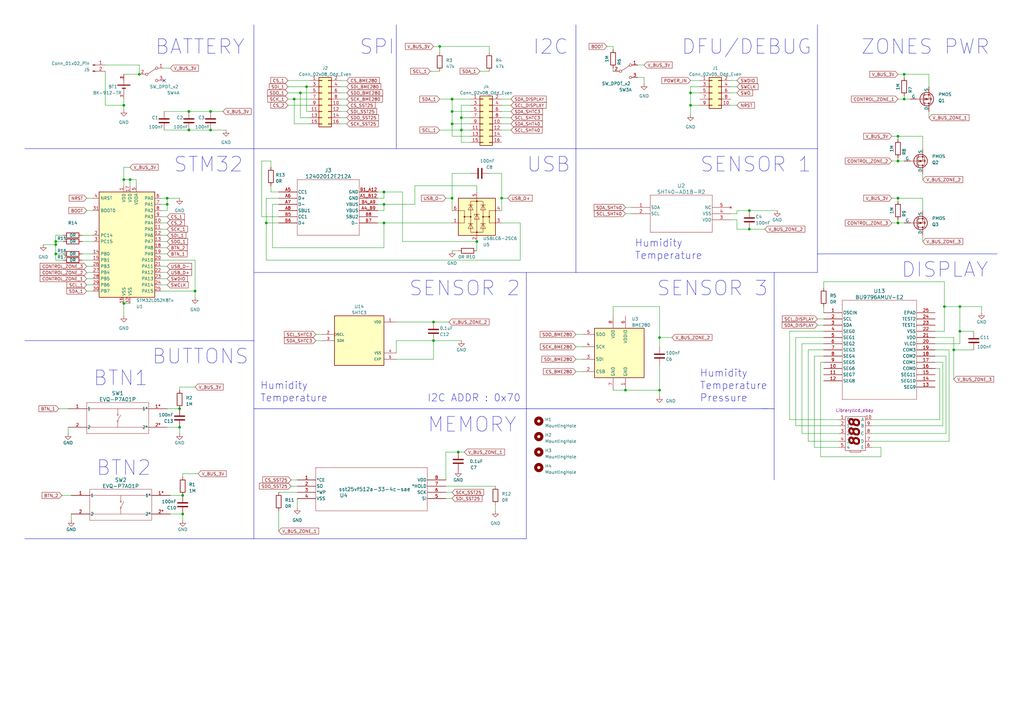
<source format=kicad_sch>
(kicad_sch (version 20230121) (generator eeschema)
  (paper "A3")
  (junction (at 80.01 119.38))
  (junction (at 185.42 45.72))
  (junction (at 77.47 53.34))
  (junction (at 157.48 91.44))
  (junction (at 177.8 139.7))
  (junction (at 177.8 132.08))
  (junction (at 125.73 35.56))
  (junction (at 157.48 78.74))
  (junction (at 189.23 53.34))
  (junction (at 180.34 19.05))
  (junction (at 368.3 81.28))
  (junction (at 74.93 203.2))
  (junction (at 205.74 81.28))
  (junction (at 195.58 99.06))
  (junction (at 185.42 40.64))
  (junction (at 368.3 66.04))
  (junction (at 387.35 125.73))
  (junction (at 393.7 125.73))
  (junction (at 77.47 45.72))
  (junction (at 86.36 45.72))
  (junction (at 73.66 175.26))
  (junction (at 187.96 185.42))
  (junction (at 22.86 100.33))
  (junction (at 157.48 83.82))
  (junction (at 368.3 55.88))
  (junction (at 283.21 43.18))
  (junction (at 50.8 73.66))
  (junction (at 74.93 210.82))
  (junction (at 50.8 43.18))
  (junction (at 68.58 83.82))
  (junction (at 307.34 93.98))
  (junction (at 307.34 86.36))
  (junction (at 68.58 81.28))
  (junction (at 391.16 143.51))
  (junction (at 270.51 138.43))
  (junction (at 120.65 40.64))
  (junction (at 123.19 38.1))
  (junction (at 22.86 99.06))
  (junction (at 283.21 38.1))
  (junction (at 370.84 30.48))
  (junction (at 73.66 167.64))
  (junction (at 393.7 135.89))
  (junction (at 185.42 81.28))
  (junction (at 185.42 50.8))
  (junction (at 50.8 124.46))
  (junction (at 53.34 73.66))
  (junction (at 57.15 30.48))
  (junction (at 22.86 104.14))
  (junction (at 256.54 160.02))
  (junction (at 189.23 48.26))
  (junction (at 270.51 160.02))
  (junction (at 109.22 91.44))
  (junction (at 368.3 91.44))
  (junction (at 86.36 53.34))
  (junction (at 370.84 40.64))
  (no_connect (at 67.31 33.02))
  (wire (pts (xy 251.46 20.32) (xy 251.46 19.05)))
  (wire (pts (xy 125.73 35.56) (xy 127 35.56)))
  (wire (pts (xy 251.46 129.54) (xy 251.46 125.73)))
  (wire (pts (xy 111.76 83.82) (xy 111.76 101.6)))
  (wire (pts (xy 368.3 66.04) (xy 370.84 66.04)))
  (wire (pts (xy 53.34 68.58) (xy 50.8 68.58)))
  (wire (pts (xy 73.66 158.75) (xy 80.01 158.75)))
  (wire (pts (xy 283.21 43.18) (xy 283.21 46.99)))
  (wire (pts (xy 162.56 132.08) (xy 177.8 132.08)))
  (wire (pts (xy 205.74 43.18) (xy 209.55 43.18)))
  (wire (pts (xy 111.76 101.6) (xy 157.48 101.6)))
  (wire (pts (xy 157.48 81.28) (xy 154.94 81.28)))
  (wire (pts (xy 402.59 125.73) (xy 402.59 128.27)))
  (wire (pts (xy 283.21 38.1) (xy 287.02 38.1)))
  (wire (pts (xy 185.42 40.64) (xy 193.04 40.64)))
  (wire (pts (xy 389.255 143.51) (xy 383.54 143.51)))
  (wire (pts (xy 323.85 172.085) (xy 344.17 172.085)))
  (wire (pts (xy 381 30.48) (xy 370.84 30.48)))
  (wire (pts (xy 185.42 50.8) (xy 193.04 50.8)))
  (wire (pts (xy 205.74 45.72) (xy 209.55 45.72)))
  (wire (pts (xy 368.3 81.28) (xy 368.3 82.55)))
  (wire (pts (xy 299.72 33.02) (xy 302.26 33.02)))
  (wire (pts (xy 68.58 86.36) (xy 66.04 86.36)))
  (wire (pts (xy 50.8 43.18) (xy 50.8 40.64)))
  (wire (pts (xy 22.86 100.33) (xy 22.86 104.14)))
  (wire (pts (xy 357.505 174.625) (xy 386.715 174.625)))
  (wire (pts (xy 387.35 125.73) (xy 393.7 125.73)))
  (wire (pts (xy 236.22 142.24) (xy 238.76 142.24)))
  (wire (pts (xy 193.04 71.12) (xy 185.42 71.12)))
  (wire (pts (xy 170.18 76.2) (xy 170.18 83.82)))
  (wire (pts (xy 193.04 48.26) (xy 189.23 48.26)))
  (wire (pts (xy 184.15 132.08) (xy 177.8 132.08)))
  (wire (pts (xy 66.04 116.84) (xy 68.58 116.84)))
  (wire (pts (xy 336.55 148.59) (xy 336.55 187.325)))
  (wire (pts (xy 370.84 30.48) (xy 370.84 31.75)))
  (wire (pts (xy 387.35 125.73) (xy 387.35 135.89)))
  (polyline (pts (xy 104.14 167.64) (xy 215.9 167.64)))
  (wire (pts (xy 368.3 40.64) (xy 370.84 40.64)))
  (wire (pts (xy 139.7 50.8) (xy 142.24 50.8)))
  (wire (pts (xy 337.82 140.97) (xy 328.93 140.97)))
  (wire (pts (xy 386.715 174.625) (xy 386.715 148.59)))
  (wire (pts (xy 66.04 119.38) (xy 80.01 119.38)))
  (wire (pts (xy 365.76 81.28) (xy 368.3 81.28)))
  (wire (pts (xy 33.655 104.14) (xy 38.1 104.14)))
  (wire (pts (xy 370.84 39.37) (xy 370.84 40.64)))
  (wire (pts (xy 162.56 139.7) (xy 162.56 144.78)))
  (wire (pts (xy 123.19 38.1) (xy 127 38.1)))
  (wire (pts (xy 334.01 183.515) (xy 344.17 183.515)))
  (wire (pts (xy 391.16 143.51) (xy 399.415 143.51)))
  (wire (pts (xy 69.85 203.2) (xy 74.93 203.2)))
  (polyline (pts (xy 236.22 60.96) (xy 236.22 111.76)))
  (wire (pts (xy 162.56 139.7) (xy 177.8 139.7)))
  (wire (pts (xy 383.54 151.13) (xy 385.445 151.13)))
  (wire (pts (xy 66.04 104.14) (xy 68.58 104.14)))
  (wire (pts (xy 189.23 53.34) (xy 193.04 53.34)))
  (wire (pts (xy 236.22 137.16) (xy 238.76 137.16)))
  (wire (pts (xy 66.04 96.52) (xy 68.58 96.52)))
  (polyline (pts (xy 312.42 167.64) (xy 314.96 167.64)))
  (wire (pts (xy 251.46 19.05) (xy 248.92 19.05)))
  (wire (pts (xy 114.3 83.82) (xy 111.76 83.82)))
  (wire (pts (xy 68.58 81.28) (xy 68.58 83.82)))
  (wire (pts (xy 383.54 146.05) (xy 387.985 146.05)))
  (wire (pts (xy 35.56 111.76) (xy 38.1 111.76)))
  (wire (pts (xy 209.55 40.64) (xy 205.74 40.64)))
  (wire (pts (xy 236.22 152.4) (xy 238.76 152.4)))
  (wire (pts (xy 193.04 43.18) (xy 189.23 43.18)))
  (wire (pts (xy 33.655 96.52) (xy 38.1 96.52)))
  (wire (pts (xy 264.16 31.75) (xy 261.62 31.75)))
  (wire (pts (xy 236.22 147.32) (xy 238.76 147.32)))
  (wire (pts (xy 157.48 101.6) (xy 157.48 91.44)))
  (wire (pts (xy 328.93 140.97) (xy 328.93 177.8)))
  (wire (pts (xy 177.8 19.05) (xy 180.34 19.05)))
  (wire (pts (xy 29.21 210.82) (xy 29.21 213.36)))
  (wire (pts (xy 66.04 88.9) (xy 68.58 88.9)))
  (wire (pts (xy 383.54 135.89) (xy 387.35 135.89)))
  (wire (pts (xy 177.8 139.7) (xy 189.23 139.7)))
  (wire (pts (xy 125.73 45.72) (xy 125.73 35.56)))
  (wire (pts (xy 387.985 146.05) (xy 387.985 177.8)))
  (wire (pts (xy 69.85 210.82) (xy 74.93 210.82)))
  (wire (pts (xy 185.42 45.72) (xy 185.42 50.8)))
  (wire (pts (xy 205.74 53.34) (xy 209.55 53.34)))
  (wire (pts (xy 378.46 81.28) (xy 368.3 81.28)))
  (wire (pts (xy 114.3 209.55) (xy 114.3 217.805)))
  (wire (pts (xy 270.51 160.02) (xy 256.54 160.02)))
  (polyline (pts (xy 317.5 167.64) (xy 317.5 196.85)))
  (wire (pts (xy 107.315 66.04) (xy 111.125 66.04)))
  (wire (pts (xy 378.46 86.36) (xy 378.46 81.28)))
  (wire (pts (xy 127 48.26) (xy 123.19 48.26)))
  (wire (pts (xy 68.58 175.26) (xy 73.66 175.26)))
  (wire (pts (xy 389.255 143.51) (xy 389.255 180.975)))
  (wire (pts (xy 302.26 90.17) (xy 302.26 93.98)))
  (wire (pts (xy 393.7 135.89) (xy 393.7 140.97)))
  (wire (pts (xy 50.8 30.48) (xy 57.15 30.48)))
  (wire (pts (xy 336.55 148.59) (xy 337.82 148.59)))
  (wire (pts (xy 66.04 114.3) (xy 68.58 114.3)))
  (wire (pts (xy 326.39 138.43) (xy 337.82 138.43)))
  (wire (pts (xy 270.51 160.02) (xy 270.51 149.86)))
  (wire (pts (xy 123.19 38.1) (xy 123.19 48.26)))
  (wire (pts (xy 195.58 99.06) (xy 195.58 102.87)))
  (wire (pts (xy 381 35.56) (xy 381 30.48)))
  (wire (pts (xy 185.42 50.8) (xy 185.42 55.88)))
  (wire (pts (xy 154.94 86.36) (xy 157.48 86.36)))
  (wire (pts (xy 154.94 83.82) (xy 157.48 83.82)))
  (wire (pts (xy 283.21 33.02) (xy 287.02 33.02)))
  (wire (pts (xy 287.02 35.56) (xy 283.21 35.56)))
  (wire (pts (xy 67.31 45.72) (xy 77.47 45.72)))
  (polyline (pts (xy 335.28 10.16) (xy 335.28 60.96)))
  (wire (pts (xy 139.7 33.02) (xy 142.24 33.02)))
  (wire (pts (xy 368.3 55.88) (xy 368.3 57.15)))
  (wire (pts (xy 165.1 99.06) (xy 165.1 78.74)))
  (wire (pts (xy 35.56 119.38) (xy 38.1 119.38)))
  (wire (pts (xy 256.54 160.02) (xy 251.46 160.02)))
  (wire (pts (xy 119.38 199.39) (xy 121.92 199.39)))
  (wire (pts (xy 393.7 135.89) (xy 393.7 125.73)))
  (wire (pts (xy 393.7 125.73) (xy 402.59 125.73)))
  (wire (pts (xy 205.74 81.28) (xy 205.74 86.36)))
  (polyline (pts (xy 104.14 220.98) (xy 215.9 220.98)))
  (wire (pts (xy 80.01 121.92) (xy 80.01 119.38)))
  (wire (pts (xy 182.88 81.28) (xy 185.42 81.28)))
  (wire (pts (xy 370.84 40.64) (xy 373.38 40.64)))
  (wire (pts (xy 337.82 115.57) (xy 387.35 115.57)))
  (wire (pts (xy 261.62 26.67) (xy 264.16 26.67)))
  (wire (pts (xy 118.11 40.64) (xy 120.65 40.64)))
  (wire (pts (xy 67.31 53.34) (xy 77.47 53.34)))
  (wire (pts (xy 313.69 93.98) (xy 307.34 93.98)))
  (wire (pts (xy 22.86 96.52) (xy 22.86 99.06)))
  (wire (pts (xy 73.66 175.26) (xy 73.66 177.8)))
  (wire (pts (xy 177.8 147.32) (xy 177.8 139.7)))
  (wire (pts (xy 200.66 29.21) (xy 196.85 29.21)))
  (wire (pts (xy 80.01 119.38) (xy 80.01 106.68)))
  (wire (pts (xy 323.85 135.89) (xy 323.85 172.085)))
  (wire (pts (xy 182.88 201.93) (xy 185.42 201.93)))
  (wire (pts (xy 195.58 76.2) (xy 170.18 76.2)))
  (wire (pts (xy 22.86 99.06) (xy 22.86 100.33)))
  (wire (pts (xy 118.11 35.56) (xy 125.73 35.56)))
  (polyline (pts (xy 10.16 139.7) (xy 104.14 139.7)))
  (wire (pts (xy 26.035 96.52) (xy 22.86 96.52)))
  (wire (pts (xy 24.13 167.64) (xy 27.94 167.64)))
  (wire (pts (xy 337.82 146.05) (xy 334.01 146.05)))
  (wire (pts (xy 35.56 86.36) (xy 38.1 86.36)))
  (wire (pts (xy 139.7 40.64) (xy 142.24 40.64)))
  (wire (pts (xy 25.4 203.2) (xy 29.21 203.2)))
  (wire (pts (xy 66.04 91.44) (xy 68.58 91.44)))
  (wire (pts (xy 114.3 81.28) (xy 109.22 81.28)))
  (wire (pts (xy 68.58 83.82) (xy 68.58 86.36)))
  (wire (pts (xy 180.34 19.05) (xy 180.34 21.59)))
  (wire (pts (xy 270.51 162.56) (xy 270.51 160.02)))
  (wire (pts (xy 43.18 26.67) (xy 57.15 26.67)))
  (wire (pts (xy 389.255 180.975) (xy 357.505 180.975)))
  (wire (pts (xy 195.58 76.2) (xy 195.58 78.74)))
  (wire (pts (xy 299.72 87.63) (xy 302.26 87.63)))
  (wire (pts (xy 337.82 125.73) (xy 337.82 128.27)))
  (wire (pts (xy 264.16 34.29) (xy 264.16 31.75)))
  (wire (pts (xy 256.54 85.09) (xy 259.08 85.09)))
  (wire (pts (xy 368.3 91.44) (xy 370.84 91.44)))
  (wire (pts (xy 299.72 35.56) (xy 302.26 35.56)))
  (wire (pts (xy 368.3 30.48) (xy 370.84 30.48)))
  (wire (pts (xy 185.42 40.64) (xy 185.42 45.72)))
  (wire (pts (xy 162.56 147.32) (xy 177.8 147.32)))
  (wire (pts (xy 334.01 146.05) (xy 334.01 183.515)))
  (wire (pts (xy 283.21 38.1) (xy 283.21 43.18)))
  (wire (pts (xy 385.445 151.13) (xy 385.445 172.085)))
  (wire (pts (xy 27.94 175.26) (xy 27.94 177.8)))
  (wire (pts (xy 120.65 40.64) (xy 120.65 50.8)))
  (wire (pts (xy 66.04 81.28) (xy 68.58 81.28)))
  (wire (pts (xy 114.3 88.9) (xy 107.315 88.9)))
  (wire (pts (xy 86.36 53.34) (xy 92.71 53.34)))
  (wire (pts (xy 205.74 48.26) (xy 209.55 48.26)))
  (polyline (pts (xy 162.56 10.16) (xy 162.56 60.96)))
  (wire (pts (xy 275.59 138.43) (xy 270.51 138.43)))
  (wire (pts (xy 193.04 58.42) (xy 189.23 58.42)))
  (wire (pts (xy 203.2 207.01) (xy 203.2 209.55)))
  (wire (pts (xy 176.53 29.21) (xy 180.34 29.21)))
  (wire (pts (xy 378.46 71.12) (xy 378.46 73.66)))
  (wire (pts (xy 109.22 91.44) (xy 114.3 91.44)))
  (wire (pts (xy 77.47 53.34) (xy 86.36 53.34)))
  (wire (pts (xy 185.42 71.12) (xy 185.42 81.28)))
  (wire (pts (xy 378.46 96.52) (xy 378.46 99.06)))
  (polyline (pts (xy 10.16 220.98) (xy 104.14 220.98)))
  (wire (pts (xy 157.48 83.82) (xy 170.18 83.82)))
  (wire (pts (xy 53.34 73.66) (xy 55.88 73.66)))
  (wire (pts (xy 43.18 29.21) (xy 43.18 43.18)))
  (wire (pts (xy 139.7 43.18) (xy 142.24 43.18)))
  (wire (pts (xy 50.8 45.085) (xy 50.8 43.18)))
  (wire (pts (xy 383.54 138.43) (xy 391.16 138.43)))
  (wire (pts (xy 185.42 102.87) (xy 187.96 102.87)))
  (wire (pts (xy 66.04 99.06) (xy 68.58 99.06)))
  (wire (pts (xy 43.18 43.18) (xy 50.8 43.18)))
  (wire (pts (xy 187.96 185.42) (xy 190.5 185.42)))
  (wire (pts (xy 53.34 73.66) (xy 53.34 76.2)))
  (wire (pts (xy 35.56 81.28) (xy 38.1 81.28)))
  (wire (pts (xy 185.42 45.72) (xy 193.04 45.72)))
  (wire (pts (xy 336.55 187.325) (xy 361.315 187.325)))
  (polyline (pts (xy 104.14 10.16) (xy 104.14 139.7)))
  (wire (pts (xy 165.1 78.74) (xy 157.48 78.74)))
  (wire (pts (xy 378.46 60.96) (xy 378.46 55.88)))
  (wire (pts (xy 391.16 138.43) (xy 391.16 143.51)))
  (polyline (pts (xy 215.9 220.98) (xy 215.9 111.76)))
  (wire (pts (xy 33.655 106.68) (xy 38.1 106.68)))
  (wire (pts (xy 50.8 124.46) (xy 53.34 124.46)))
  (wire (pts (xy 200.66 21.59) (xy 200.66 19.05)))
  (polyline (pts (xy 104.14 139.7) (xy 104.14 220.98)))
  (wire (pts (xy 383.54 148.59) (xy 386.715 148.59)))
  (wire (pts (xy 270.51 125.73) (xy 270.51 138.43)))
  (wire (pts (xy 344.17 174.625) (xy 326.39 174.625)))
  (wire (pts (xy 139.7 35.56) (xy 142.24 35.56)))
  (wire (pts (xy 335.28 133.35) (xy 337.82 133.35)))
  (wire (pts (xy 307.34 86.36) (xy 318.77 86.36)))
  (wire (pts (xy 302.26 87.63) (xy 302.26 86.36)))
  (wire (pts (xy 109.22 106.68) (xy 109.22 91.44)))
  (wire (pts (xy 180.34 53.34) (xy 189.23 53.34)))
  (wire (pts (xy 157.48 78.74) (xy 157.48 81.28)))
  (wire (pts (xy 251.46 125.73) (xy 270.51 125.73)))
  (wire (pts (xy 399.415 135.89) (xy 393.7 135.89)))
  (wire (pts (xy 189.23 43.18) (xy 189.23 48.26)))
  (wire (pts (xy 205.74 71.12) (xy 205.74 81.28)))
  (wire (pts (xy 139.7 38.1) (xy 142.24 38.1)))
  (polyline (pts (xy 236.22 111.76) (xy 104.14 111.76)))
  (wire (pts (xy 50.8 124.46) (xy 50.8 129.54)))
  (wire (pts (xy 270.51 138.43) (xy 270.51 142.24)))
  (wire (pts (xy 66.04 93.98) (xy 68.58 93.98)))
  (wire (pts (xy 182.88 185.42) (xy 182.88 196.85)))
  (polyline (pts (xy 335.28 60.96) (xy 236.22 60.96)))
  (wire (pts (xy 391.16 143.51) (xy 391.16 155.575)))
  (wire (pts (xy 80.01 106.68) (xy 66.04 106.68)))
  (wire (pts (xy 302.26 93.98) (xy 307.34 93.98)))
  (polyline (pts (xy 10.16 60.96) (xy 236.22 60.96)))
  (polyline (pts (xy 317.5 111.76) (xy 317.5 167.64)))
  (wire (pts (xy 328.93 177.8) (xy 344.17 177.8)))
  (wire (pts (xy 361.315 187.325) (xy 361.315 183.515)))
  (wire (pts (xy 68.58 167.64) (xy 73.66 167.64)))
  (wire (pts (xy 344.17 180.975) (xy 331.47 180.975)))
  (wire (pts (xy 132.08 137.16) (xy 129.54 137.16)))
  (wire (pts (xy 35.56 109.22) (xy 38.1 109.22)))
  (wire (pts (xy 114.3 201.93) (xy 121.92 201.93)))
  (wire (pts (xy 66.04 109.22) (xy 68.58 109.22)))
  (polyline (pts (xy 215.9 167.64) (xy 317.5 167.64)))
  (wire (pts (xy 205.74 50.8) (xy 209.55 50.8)))
  (wire (pts (xy 185.42 55.88) (xy 193.04 55.88)))
  (wire (pts (xy 121.92 204.47) (xy 121.92 208.28)))
  (wire (pts (xy 57.15 26.67) (xy 57.15 30.48)))
  (wire (pts (xy 55.88 73.66) (xy 55.88 76.2)))
  (wire (pts (xy 35.56 116.84) (xy 38.1 116.84)))
  (wire (pts (xy 383.54 140.97) (xy 393.7 140.97)))
  (wire (pts (xy 387.985 177.8) (xy 357.505 177.8)))
  (wire (pts (xy 67.31 27.94) (xy 69.85 27.94)))
  (wire (pts (xy 368.3 90.17) (xy 368.3 91.44)))
  (wire (pts (xy 195.58 99.06) (xy 165.1 99.06)))
  (wire (pts (xy 182.88 199.39) (xy 203.2 199.39)))
  (wire (pts (xy 200.66 71.12) (xy 205.74 71.12)))
  (wire (pts (xy 365.76 55.88) (xy 368.3 55.88)))
  (wire (pts (xy 127 50.8) (xy 120.65 50.8)))
  (wire (pts (xy 66.04 111.76) (xy 68.58 111.76)))
  (wire (pts (xy 251.46 27.94) (xy 251.46 29.21)))
  (wire (pts (xy 109.22 81.28) (xy 109.22 91.44)))
  (wire (pts (xy 378.46 55.88) (xy 368.3 55.88)))
  (wire (pts (xy 107.315 88.9) (xy 107.315 66.04)))
  (wire (pts (xy 118.11 33.02) (xy 127 33.02)))
  (wire (pts (xy 17.78 100.33) (xy 22.86 100.33)))
  (wire (pts (xy 387.35 115.57) (xy 387.35 125.73)))
  (wire (pts (xy 68.58 83.82) (xy 66.04 83.82)))
  (wire (pts (xy 189.23 53.34) (xy 189.23 58.42)))
  (wire (pts (xy 157.48 91.44) (xy 185.42 91.44)))
  (wire (pts (xy 182.88 185.42) (xy 187.96 185.42)))
  (wire (pts (xy 35.56 114.3) (xy 38.1 114.3)))
  (wire (pts (xy 50.8 73.66) (xy 50.8 76.2)))
  (wire (pts (xy 185.42 81.28) (xy 185.42 86.36)))
  (wire (pts (xy 74.93 194.31) (xy 81.28 194.31)))
  (wire (pts (xy 26.035 106.68) (xy 22.86 106.68)))
  (wire (pts (xy 157.48 86.36) (xy 157.48 83.82)))
  (wire (pts (xy 299.72 38.1) (xy 302.26 38.1)))
  (wire (pts (xy 22.86 99.06) (xy 26.035 99.06)))
  (wire (pts (xy 111.125 76.2) (xy 111.125 78.74)))
  (wire (pts (xy 180.34 40.64) (xy 185.42 40.64)))
  (wire (pts (xy 129.54 139.7) (xy 132.08 139.7)))
  (wire (pts (xy 114.3 78.74) (xy 111.125 78.74)))
  (polyline (pts (xy 335.28 60.96) (xy 335.28 104.14)))
  (polyline (pts (xy 236.22 10.16) (xy 236.22 60.96)))
  (wire (pts (xy 86.36 45.72) (xy 91.44 45.72)))
  (wire (pts (xy 326.39 174.625) (xy 326.39 138.43)))
  (wire (pts (xy 385.445 172.085) (xy 357.505 172.085)))
  (wire (pts (xy 381 45.72) (xy 381 48.26)))
  (wire (pts (xy 120.65 40.64) (xy 127 40.64)))
  (wire (pts (xy 26.035 104.14) (xy 22.86 104.14)))
  (wire (pts (xy 331.47 180.975) (xy 331.47 143.51)))
  (wire (pts (xy 213.36 106.68) (xy 213.36 91.44)))
  (polyline (pts (xy 335.28 111.76) (xy 335.28 104.14)))
  (wire (pts (xy 283.21 35.56) (xy 283.21 38.1)))
  (wire (pts (xy 302.26 86.36) (xy 307.34 86.36)))
  (wire (pts (xy 118.11 43.18) (xy 127 43.18)))
  (wire (pts (xy 256.54 87.63) (xy 259.08 87.63)))
  (wire (pts (xy 368.3 64.77) (xy 368.3 66.04)))
  (wire (pts (xy 208.28 81.28) (xy 205.74 81.28)))
  (wire (pts (xy 213.36 91.44) (xy 205.74 91.44)))
  (wire (pts (xy 73.66 158.75) (xy 73.66 160.02)))
  (wire (pts (xy 180.34 19.05) (xy 200.66 19.05)))
  (wire (pts (xy 335.28 130.81) (xy 337.82 130.81)))
  (wire (pts (xy 157.48 91.44) (xy 154.94 91.44)))
  (wire (pts (xy 337.82 118.11) (xy 337.82 115.57)))
  (wire (pts (xy 283.21 43.18) (xy 287.02 43.18)))
  (polyline (pts (xy 236.22 111.76) (xy 335.28 111.76)))
  (wire (pts (xy 337.82 135.89) (xy 323.85 135.89)))
  (polyline (pts (xy 335.28 104.14) (xy 408.94 104.14)))
  (wire (pts (xy 66.04 101.6) (xy 68.58 101.6)))
  (wire (pts (xy 33.655 99.06) (xy 38.1 99.06)))
  (wire (pts (xy 127 45.72) (xy 125.73 45.72)))
  (wire (pts (xy 109.22 106.68) (xy 213.36 106.68)))
  (wire (pts (xy 121.92 196.85) (xy 119.38 196.85)))
  (wire (pts (xy 139.7 45.72) (xy 142.24 45.72)))
  (wire (pts (xy 68.58 81.28) (xy 73.66 81.28)))
  (wire (pts (xy 74.93 210.82) (xy 74.93 213.36)))
  (wire (pts (xy 331.47 143.51) (xy 337.82 143.51)))
  (wire (pts (xy 365.76 66.04) (xy 368.3 66.04)))
  (wire (pts (xy 361.315 183.515) (xy 357.505 183.515)))
  (wire (pts (xy 50.8 68.58) (xy 50.8 73.66)))
  (wire (pts (xy 365.76 91.44) (xy 368.3 91.44)))
  (wire (pts (xy 74.93 194.31) (xy 74.93 195.58)))
  (wire (pts (xy 185.42 204.47) (xy 182.88 204.47)))
  (wire (pts (xy 111.125 66.04) (xy 111.125 68.58)))
  (wire (pts (xy 22.86 104.14) (xy 22.86 106.68)))
  (wire (pts (xy 189.23 48.26) (xy 189.23 53.34)))
  (wire (pts (xy 139.7 48.26) (xy 142.24 48.26)))
  (wire (pts (xy 157.48 78.74) (xy 154.94 78.74)))
  (wire (pts (xy 299.72 43.18) (xy 302.26 43.18)))
  (wire (pts (xy 77.47 45.72) (xy 86.36 45.72)))
  (wire (pts (xy 50.8 73.66) (xy 53.34 73.66)))
  (wire (pts (xy 118.11 38.1) (xy 123.19 38.1)))
  (wire (pts (xy 299.72 90.17) (xy 302.26 90.17)))
  (text "Temperature" (at 287.02 160.02 0) (effects (font (size 3 3)) (justify left bottom)))
  (text "DFU/DEBUG" (at 279.4 22.86 0) (effects (font (size 6 6)) (justify left bottom)))
  (text "I2C\n" (at 218.44 22.86 0) (effects (font (size 6 6)) (justify left bottom)))
  (text "BTN1" (at 38.1 158.75 0) (effects (font (size 6 6)) (justify left bottom)))
  (text "USB" (at 215.9 71.12 0) (effects (font (size 6 6)) (justify left bottom)))
  (text "Temperature" (at 260.35 106.68 0) (effects (font (size 3 3)) (justify left bottom)))
  (text "SENSOR 2" (at 167.64 121.92 0) (effects (font (size 6 6)) (justify left bottom)))
  (text "BTN2" (at 39.37 195.58 0) (effects (font (size 6 6)) (justify left bottom)))
  (text "Humidity" (at 260.35 101.6 0) (effects (font (size 3 3)) (justify left bottom)))
  (text "Temperature" (at 106.68 165.1 0) (effects (font (size 3 3)) (justify left bottom)))
  (text "STM32" (at 71.12 71.12 0) (effects (font (size 6 6)) (justify left bottom)))
  (text "BATTERY" (at 63.5 22.86 0) (effects (font (size 6 6)) (justify left bottom)))
  (text "SPI" (at 147.32 22.86 0) (effects (font (size 6 6)) (justify left bottom)))
  (text "ZONES PWR" (at 353.06 22.86 0) (effects (font (size 6 6)) (justify left bottom)))
  (text "Humidity" (at 106.68 160.02 0) (effects (font (size 3 3)) (justify left bottom)))
  (text "I2C ADDR : 0x70" (at 175.26 165.1 0) (effects (font (size 3 3)) (justify left bottom)))
  (text "DISPLAY" (at 369.57 114.3 0) (effects (font (size 6 6)) (justify left bottom)))
  (text "Pressure" (at 287.02 165.1 0) (effects (font (size 3 3)) (justify left bottom)))
  (text "SENSOR 3" (at 269.24 121.92 0) (effects (font (size 6 6)) (justify left bottom)))
  (text "SENSOR 1" (at 287.02 71.12 0) (effects (font (size 6 6)) (justify left bottom)))
  (text "Humidity" (at 287.02 154.94 0) (effects (font (size 3 3)) (justify left bottom)))
  (text "BUTTONS" (at 62.23 149.86 0) (effects (font (size 6 6)) (justify left bottom)))
  (text "MEMORY" (at 175.26 177.8 0) (effects (font (size 6 6)) (justify left bottom)))
  (global_label "SCL_1" (shape input) (at 180.34 53.34 180) (property "Intersheetrefs" "${INTERSHEET_REFS}" (effects hide)))
  (global_label "V_BUS_ZONE_2" (shape input) (at 184.15 132.08 0) (property "Intersheetrefs" "${INTERSHEET_REFS}" (effects hide)))
  (global_label "BTN_1" (shape input) (at 68.58 104.14 0) (property "Intersheetrefs" "${INTERSHEET_REFS}" (effects hide)))
  (global_label "SCL_SHT40" (shape input) (at 256.54 87.63 180) (property "Intersheetrefs" "${INTERSHEET_REFS}" (effects hide)))
  (global_label "V_BUS_ZONE_3" (shape input) (at 378.46 99.06 0) (property "Intersheetrefs" "${INTERSHEET_REFS}" (effects hide)))
  (global_label "POWER_IN" (shape input) (at 283.21 33.02 180) (property "Intersheetrefs" "${INTERSHEET_REFS}" (effects hide)))
  (global_label "CS_2" (shape input) (at 118.11 43.18 180) (property "Intersheetrefs" "${INTERSHEET_REFS}" (effects hide)))
  (global_label "SDI_1" (shape input) (at 118.11 35.56 180) (property "Intersheetrefs" "${INTERSHEET_REFS}" (effects hide)))
  (global_label "SDO_BME280" (shape input) (at 142.24 38.1 0) (property "Intersheetrefs" "${INTERSHEET_REFS}" (effects hide)))
  (global_label "USB_D-" (shape input) (at 182.88 81.28 180) (property "Intersheetrefs" "${INTERSHEET_REFS}" (effects hide)))
  (global_label "SDO_1" (shape input) (at 118.11 38.1 180) (property "Intersheetrefs" "${INTERSHEET_REFS}" (effects hide)))
  (global_label "V_BUS_3V" (shape input) (at 81.28 194.31 0) (property "Intersheetrefs" "${INTERSHEET_REFS}" (effects hide)))
  (global_label "SDA_SHT40" (shape input) (at 256.54 85.09 180) (property "Intersheetrefs" "${INTERSHEET_REFS}" (effects hide)))
  (global_label "USB_D-" (shape input) (at 68.58 109.22 0) (property "Intersheetrefs" "${INTERSHEET_REFS}" (effects hide)))
  (global_label "SDI_BME280" (shape input) (at 236.22 147.32 180) (property "Intersheetrefs" "${INTERSHEET_REFS}" (effects hide)))
  (global_label "V_BUS_3V" (shape input) (at 368.3 30.48 180) (property "Intersheetrefs" "${INTERSHEET_REFS}" (effects hide)))
  (global_label "SDA_1" (shape input) (at 35.56 119.38 180) (property "Intersheetrefs" "${INTERSHEET_REFS}" (effects hide)))
  (global_label "SCK_1" (shape input) (at 68.58 93.98 0) (property "Intersheetrefs" "${INTERSHEET_REFS}" (effects hide)))
  (global_label "CONTROL_ZONE_2" (shape input) (at 35.56 111.76 180) (property "Intersheetrefs" "${INTERSHEET_REFS}" (effects hide)))
  (global_label "USB_D+" (shape input) (at 208.28 81.28 0) (property "Intersheetrefs" "${INTERSHEET_REFS}" (effects hide)))
  (global_label "SCK_SST25" (shape input) (at 185.42 201.93 0) (property "Intersheetrefs" "${INTERSHEET_REFS}" (effects hide)))
  (global_label "SCL_1" (shape input) (at 35.56 116.84 180) (property "Intersheetrefs" "${INTERSHEET_REFS}" (effects hide)))
  (global_label "CS_BME280" (shape input) (at 142.24 33.02 0) (property "Intersheetrefs" "${INTERSHEET_REFS}" (effects hide)))
  (global_label "CONTROL_ZONE_3" (shape input) (at 35.56 109.22 180) (property "Intersheetrefs" "${INTERSHEET_REFS}" (effects hide)))
  (global_label "V_BUS_ZONE_2" (shape input) (at 275.59 138.43 0) (property "Intersheetrefs" "${INTERSHEET_REFS}" (effects hide)))
  (global_label "V_BUS_ZONE_1" (shape input) (at 114.3 217.805 0) (property "Intersheetrefs" "${INTERSHEET_REFS}" (effects hide)))
  (global_label "SWO" (shape input) (at 302.26 38.1 0) (property "Intersheetrefs" "${INTERSHEET_REFS}" (effects hide)))
  (global_label "SWCLK" (shape input) (at 68.58 116.84 0) (property "Intersheetrefs" "${INTERSHEET_REFS}" (effects hide)))
  (global_label "SDI_SST25" (shape input) (at 185.42 204.47 0) (property "Intersheetrefs" "${INTERSHEET_REFS}" (effects hide)))
  (global_label "CS_SST25" (shape input) (at 119.38 196.85 180) (property "Intersheetrefs" "${INTERSHEET_REFS}" (effects hide)))
  (global_label "SWDIO" (shape input) (at 68.58 114.3 0) (property "Intersheetrefs" "${INTERSHEET_REFS}" (effects hide)))
  (global_label "V_BUS_ZONE_2" (shape input) (at 313.69 93.98 0) (property "Intersheetrefs" "${INTERSHEET_REFS}" (effects hide)))
  (global_label "V_BUS_3V" (shape input) (at 365.76 81.28 180) (property "Intersheetrefs" "${INTERSHEET_REFS}" (effects hide)))
  (global_label "NRST" (shape input) (at 302.26 43.18 0) (property "Intersheetrefs" "${INTERSHEET_REFS}" (effects hide)))
  (global_label "CONTROL_ZONE_3" (shape input) (at 365.76 91.44 180) (property "Intersheetrefs" "${INTERSHEET_REFS}" (effects hide)))
  (global_label "CS_2" (shape input) (at 68.58 91.44 0) (property "Intersheetrefs" "${INTERSHEET_REFS}" (effects hide)))
  (global_label "SCK_BME280" (shape input) (at 142.24 40.64 0) (property "Intersheetrefs" "${INTERSHEET_REFS}" (effects hide)))
  (global_label "SCK_SST25" (shape input) (at 142.24 50.8 0) (property "Intersheetrefs" "${INTERSHEET_REFS}" (effects hide)))
  (global_label "SCK_BME280" (shape input) (at 236.22 142.24 180) (property "Intersheetrefs" "${INTERSHEET_REFS}" (effects hide)))
  (global_label "CONTROL_ZONE_1" (shape input) (at 368.3 40.64 180) (property "Intersheetrefs" "${INTERSHEET_REFS}" (effects hide)))
  (global_label "SDA_SHTC3" (shape input) (at 209.55 45.72 0) (property "Intersheetrefs" "${INTERSHEET_REFS}" (effects hide)))
  (global_label "V_BUS_3V" (shape input) (at 365.76 55.88 180) (property "Intersheetrefs" "${INTERSHEET_REFS}" (effects hide)))
  (global_label "SWDIO" (shape input) (at 302.26 33.02 0) (property "Intersheetrefs" "${INTERSHEET_REFS}" (effects hide)))
  (global_label "SDI_SST25" (shape input) (at 142.24 45.72 0) (property "Intersheetrefs" "${INTERSHEET_REFS}" (effects hide)))
  (global_label "BTN_2" (shape input) (at 68.58 101.6 0) (property "Intersheetrefs" "${INTERSHEET_REFS}" (effects hide)))
  (global_label "SDO_SST25" (shape input) (at 119.38 199.39 180) (property "Intersheetrefs" "${INTERSHEET_REFS}" (effects hide)))
  (global_label "SDI_BME280" (shape input) (at 142.24 35.56 0) (property "Intersheetrefs" "${INTERSHEET_REFS}" (effects hide)))
  (global_label "CS_SST25" (shape input) (at 142.24 43.18 0) (property "Intersheetrefs" "${INTERSHEET_REFS}" (effects hide)))
  (global_label "V_BUS_ZONE_1" (shape input) (at 190.5 185.42 0) (property "Intersheetrefs" "${INTERSHEET_REFS}" (effects hide)))
  (global_label "SCL_DISPLAY" (shape input) (at 335.28 130.81 180) (property "Intersheetrefs" "${INTERSHEET_REFS}" (effects hide)))
  (global_label "V_BUS_ZONE_3" (shape input) (at 391.16 155.575 0) (property "Intersheetrefs" "${INTERSHEET_REFS}" (effects hide)))
  (global_label "SCL_SHTC3" (shape input) (at 129.54 137.16 180) (property "Intersheetrefs" "${INTERSHEET_REFS}" (effects hide)))
  (global_label "SCL_SHT40" (shape input) (at 209.55 53.34 0) (property "Intersheetrefs" "${INTERSHEET_REFS}" (effects hide)))
  (global_label "SCK_1" (shape input) (at 118.11 40.64 180) (property "Intersheetrefs" "${INTERSHEET_REFS}" (effects hide)))
  (global_label "NRST" (shape input) (at 35.56 81.28 180) (property "Intersheetrefs" "${INTERSHEET_REFS}" (effects hide)))
  (global_label "V_BUS_ZONE_2" (shape input) (at 378.46 73.66 0) (property "Intersheetrefs" "${INTERSHEET_REFS}" (effects hide)))
  (global_label "SDI_1" (shape input) (at 68.58 96.52 0) (property "Intersheetrefs" "${INTERSHEET_REFS}" (effects hide)))
  (global_label "V_BUS_3V" (shape input) (at 80.01 158.75 0) (property "Intersheetrefs" "${INTERSHEET_REFS}" (effects hide)))
  (global_label "BTN_2" (shape input) (at 25.4 203.2 180) (property "Intersheetrefs" "${INTERSHEET_REFS}" (effects hide)))
  (global_label "V_BUS_ZONE_1" (shape input) (at 381 48.26 0) (property "Intersheetrefs" "${INTERSHEET_REFS}" (effects hide)))
  (global_label "SDO_BME280" (shape input) (at 236.22 137.16 180) (property "Intersheetrefs" "${INTERSHEET_REFS}" (effects hide)))
  (global_label "CS_BME280" (shape input) (at 236.22 152.4 180) (property "Intersheetrefs" "${INTERSHEET_REFS}" (effects hide)))
  (global_label "V_BUS_3V" (shape input) (at 91.44 45.72 0) (property "Intersheetrefs" "${INTERSHEET_REFS}" (effects hide)))
  (global_label "CS_1" (shape input) (at 118.11 33.02 180) (property "Intersheetrefs" "${INTERSHEET_REFS}" (effects hide)))
  (global_label "SCL_DISPLAY" (shape input) (at 209.55 43.18 0) (property "Intersheetrefs" "${INTERSHEET_REFS}" (effects hide)))
  (global_label "SCL_SHTC3" (shape input) (at 209.55 48.26 0) (property "Intersheetrefs" "${INTERSHEET_REFS}" (effects hide)))
  (global_label "V_BUS_3V" (shape input) (at 264.16 26.67 0) (property "Intersheetrefs" "${INTERSHEET_REFS}" (effects hide)))
  (global_label "SDA_DISPLAY" (shape input) (at 209.55 40.64 0) (property "Intersheetrefs" "${INTERSHEET_REFS}" (effects hide)))
  (global_label "USB_D+" (shape input) (at 68.58 111.76 0) (property "Intersheetrefs" "${INTERSHEET_REFS}" (effects hide)))
  (global_label "SDO_SST25" (shape input) (at 142.24 48.26 0) (property "Intersheetrefs" "${INTERSHEET_REFS}" (effects hide)))
  (global_label "V_BUS_3V" (shape input) (at 53.34 68.58 0) (property "Intersheetrefs" "${INTERSHEET_REFS}" (effects hide)))
  (global_label "BOOT" (shape input) (at 248.92 19.05 180) (property "Intersheetrefs" "${INTERSHEET_REFS}" (effects hide)))
  (global_label "BTN_1" (shape input) (at 24.13 167.64 180) (property "Intersheetrefs" "${INTERSHEET_REFS}" (effects hide)))
  (global_label "SDA_1" (shape input) (at 196.85 29.21 180) (property "Intersheetrefs" "${INTERSHEET_REFS}" (effects hide)))
  (global_label "CONTROL_ZONE_1" (shape input) (at 35.56 114.3 180) (property "Intersheetrefs" "${INTERSHEET_REFS}" (effects hide)))
  (global_label "SDA_DISPLAY" (shape input) (at 335.28 133.35 180) (property "Intersheetrefs" "${INTERSHEET_REFS}" (effects hide)))
  (global_label "BOOT" (shape input) (at 35.56 86.36 180) (property "Intersheetrefs" "${INTERSHEET_REFS}" (effects hide)))
  (global_label "CS_1" (shape input) (at 68.58 88.9 0) (property "Intersheetrefs" "${INTERSHEET_REFS}" (effects hide)))
  (global_label "SDA_SHTC3" (shape input) (at 129.54 139.7 180) (property "Intersheetrefs" "${INTERSHEET_REFS}" (effects hide)))
  (global_label "SCL_1" (shape input) (at 176.53 29.21 180) (property "Intersheetrefs" "${INTERSHEET_REFS}" (effects hide)))
  (global_label "V_BUS_3V" (shape input) (at 69.85 27.94 0) (property "Intersheetrefs" "${INTERSHEET_REFS}" (effects hide)))
  (global_label "V_BUS_3V" (shape input) (at 177.8 19.05 180) (property "Intersheetrefs" "${INTERSHEET_REFS}" (effects hide)))
  (global_label "CONTROL_ZONE_2" (shape input) (at 365.76 66.04 180) (property "Intersheetrefs" "${INTERSHEET_REFS}" (effects hide)))
  (global_label "SDO_1" (shape input) (at 68.58 99.06 0) (property "Intersheetrefs" "${INTERSHEET_REFS}" (effects hide)))
  (global_label "SDA_1" (shape input) (at 180.34 40.64 180) (property "Intersheetrefs" "${INTERSHEET_REFS}" (effects hide)))
  (global_label "SDA_SHT40" (shape input) (at 209.55 50.8 0) (property "Intersheetrefs" "${INTERSHEET_REFS}" (effects hide)))
  (global_label "SWCLK" (shape input) (at 302.26 35.56 0) (property "Intersheetrefs" "${INTERSHEET_REFS}" (effects hide)))
  (symbol (lib_id "power:GND") (at 270.51 162.56 0) (mirror y) (unit 1)
    (property "Reference" "#PWR05" (effects hide))
    (property "Value" "GND" (at 273.05 164.465 0) (effects (justify right)))
  )
  (symbol (lib_id "Switch:SW_DPDT_x2") (at 62.23 30.48 0) (unit 1)
    (property "Reference" "SW4" (at 71.12 38.1 0))
    (property "Value" "SW_DPDT_x2" (at 67.31 35.56 0))
    (property "Footprint" "dpdt_switch:450404015514" (effects hide))
  )
  (symbol (lib_id "power:GND") (at 73.66 81.28 0) (unit 1)
    (property "Reference" "#PWR020" (effects hide))
    (property "Value" "GND" (at 73.66 86.36 0))
  )
  (symbol (lib_id "power:GND") (at 50.8 45.085 0) (unit 1)
    (property "Reference" "#PWR01" (effects hide))
    (property "Value" "GND" (at 50.8 50.165 0))
  )
  (symbol (lib_id "Power_Protection:USBLC6-2SC6") (at 195.58 88.9 0) (unit 1)
    (property "Reference" "U5" (at 198.12 100.33 0) (effects (justify left)))
    (property "Value" "USBLC6-2SC6" (at 198.12 97.79 0) (effects (justify left)))
    (property "Footprint" "Package_TO_SOT_SMD:SOT-23-6" (effects hide))
    (property "Datasheet" "https://www.st.com/resource/en/datasheet/usblc6-2.pdf" (effects hide))
  )
  (symbol (lib_id "power:GND") (at 121.92 208.28 0) (unit 1)
    (property "Reference" "#PWR03" (effects hide))
    (property "Value" "GND" (at 121.92 213.36 0))
  )
  (symbol (lib_id "Mechanical:MountingHole") (at 220.98 179.07 0) (unit 1)
    (property "Reference" "H2" (at 223.52 178.435 0) (effects (justify left)))
    (property "Value" "MountingHole" (at 223.52 180.975 0) (effects (justify left)))
    (property "Footprint" "MountingHole:MountingHole_3.2mm_M3_DIN965" (effects hide))
  )
  (symbol (lib_id "Device:C") (at 67.31 49.53 0) (unit 1)
    (property "Reference" "C1" (at 62.23 48.26 0) (effects (justify left)))
    (property "Value" "100nF" (at 60.96 52.07 0) (effects (justify left)))
    (property "Footprint" "Capacitor_SMD:C_0603_1608Metric_Pad1.08x0.95mm_HandSolder" (effects hide))
  )
  (symbol (lib_id "Device:R") (at 191.77 102.87 270) (unit 1)
    (property "Reference" "R10" (at 193.04 105.41 90))
    (property "Value" "0R" (at 189.23 105.41 90))
    (property "Footprint" "Capacitor_SMD:C_0603_1608Metric_Pad1.08x0.95mm_HandSolder" (effects hide))
  )
  (symbol (lib_id "power:GND") (at 185.42 102.87 0) (unit 1)
    (property "Reference" "#PWR08" (effects hide))
    (property "Value" "GND" (at 185.42 107.95 0))
  )
  (symbol (lib_id "Device:R") (at 200.66 25.4 180) (unit 1)
    (property "Reference" "R4" (at 203.2 24.765 0) (effects (justify right)))
    (property "Value" "47k" (at 203.2 27.305 0) (effects (justify right)))
    (property "Footprint" "Capacitor_SMD:C_0603_1608Metric_Pad1.08x0.95mm_HandSolder" (effects hide))
  )
  (symbol (lib_id "Device:C") (at 399.415 139.7 0) (unit 1)
    (property "Reference" "C11" (at 401.955 138.43 0) (effects (justify left)))
    (property "Value" "100nF" (at 400.685 142.24 0) (effects (justify left)))
    (property "Footprint" "Capacitor_SMD:C_0603_1608Metric_Pad1.08x0.95mm_HandSolder" (effects hide))
  )
  (symbol (lib_id "Device:R") (at 29.845 104.14 270) (unit 1)
    (property "Reference" "R16" (at 25.4 102.87 90))
    (property "Value" "0R" (at 29.845 104.14 90))
    (property "Footprint" "Capacitor_SMD:C_0603_1608Metric_Pad1.08x0.95mm_HandSolder" (effects hide))
  )
  (symbol (lib_id "power:GND") (at 189.23 139.7 0) (mirror y) (unit 1)
    (property "Reference" "#PWR010" (effects hide))
    (property "Value" "GND" (at 189.23 143.51 0))
  )
  (symbol (lib_id "Device:R") (at 368.3 86.36 0) (unit 1)
    (property "Reference" "R9" (at 370.84 87.63 90))
    (property "Value" "1M" (at 365.76 86.36 90))
    (property "Footprint" "Capacitor_SMD:C_0603_1608Metric_Pad1.08x0.95mm_HandSolder" (effects hide))
  )
  (symbol (lib_id "Device:C") (at 187.96 189.23 180) (unit 1)
    (property "Reference" "C7" (at 195.58 191.77 0) (effects (justify left)))
    (property "Value" "0.1uF" (at 198.12 189.23 0) (effects (justify left)))
    (property "Footprint" "Capacitor_SMD:C_0603_1608Metric_Pad1.08x0.95mm_HandSolder" (effects hide))
  )
  (symbol (lib_id "power:GND") (at 203.2 209.55 0) (unit 1)
    (property "Reference" "#PWR018" (effects hide))
    (property "Value" "GND" (at 203.2 214.63 0))
  )
  (symbol (lib_id "power:GND") (at 29.21 213.36 0) (unit 1)
    (property "Reference" "#PWR016" (effects hide))
    (property "Value" "GND" (at 29.21 217.17 0))
  )
  (symbol (lib_id "Device:C") (at 270.51 146.05 0) (mirror x) (unit 1)
    (property "Reference" "C6" (at 273.05 147.32 0) (effects (justify left)))
    (property "Value" "100nF" (at 273.05 144.78 0) (effects (justify left)))
    (property "Footprint" "Capacitor_SMD:C_0603_1608Metric_Pad1.08x0.95mm_HandSolder" (effects hide))
  )
  (symbol (lib_id "power:GND") (at 50.8 129.54 0) (unit 1)
    (property "Reference" "#PWR06" (effects hide))
    (property "Value" "GND" (at 50.8 134.62 0))
  )
  (symbol (lib_id "Device:R") (at 73.66 163.83 180) (unit 1)
    (property "Reference" "R2" (at 76.2 163.195 0) (effects (justify right)))
    (property "Value" "1M" (at 76.2 165.735 0) (effects (justify right)))
    (property "Footprint" "Capacitor_SMD:C_0603_1608Metric_Pad1.08x0.95mm_HandSolder" (effects hide))
  )
  (symbol (lib_id "Device:R") (at 29.845 99.06 270) (unit 1)
    (property "Reference" "R15" (at 25.4 97.79 90))
    (property "Value" "0R" (at 29.845 99.06 90))
    (property "Footprint" "Capacitor_SMD:C_0603_1608Metric_Pad1.08x0.95mm_HandSolder" (effects hide))
  )
  (symbol (lib_id "Device:R") (at 337.82 121.92 180) (unit 1)
    (property "Reference" "R5" (at 340.36 121.285 0) (effects (justify right)))
    (property "Value" "0R" (at 340.36 123.825 0) (effects (justify right)))
    (property "Footprint" "Capacitor_SMD:C_0603_1608Metric_Pad1.08x0.95mm_HandSolder" (effects hide))
  )
  (symbol (lib_id "Device:R") (at 29.845 106.68 270) (unit 1)
    (property "Reference" "R17" (at 25.4 105.41 90))
    (property "Value" "0R" (at 29.845 106.68 90))
    (property "Footprint" "Capacitor_SMD:C_0603_1608Metric_Pad1.08x0.95mm_HandSolder" (effects hide))
  )
  (symbol (lib_id "buttons evq:EVQ-P7A01P") (at 29.21 203.2 0) (unit 1)
    (property "Reference" "SW2" (at 49.53 196.85 0) (effects (font (size 1.524 1.524))))
    (property "Value" "EVQ-P7A01P" (at 49.53 199.39 0) (effects (font (size 1.524 1.524))))
    (property "Footprint" "button EVQ:EVQ_P7_PAN" (effects hide))
    (property "Datasheet" "EVQ-P7A01P" (effects hide))
  )
  (symbol (lib_id "Sensor:BME280") (at 254 144.78 0) (mirror y) (unit 1)
    (property "Reference" "U3" (at 259.08 130.81 0) (effects (justify right)))
    (property "Value" "BME280" (at 259.08 133.35 0) (effects (justify right)))
    (property "Footprint" "Package_LGA:Bosch_LGA-8_2.5x2.5mm_P0.65mm_ClockwisePinNumbering" (effects hide))
    (property "Datasheet" "https://www.bosch-sensortec.com/media/boschsensortec/downloads/datasheets/bst-bme280-ds002.pdf" (effects hide))
  )
  (symbol (lib_id "power:GND") (at 264.16 34.29 0) (unit 1)
    (property "Reference" "#PWR02" (effects hide))
    (property "Value" "GND" (at 264.16 39.37 0))
  )
  (symbol (lib_id "Device:R") (at 251.46 24.13 0) (unit 1)
    (property "Reference" "R6" (at 254 25.4 90))
    (property "Value" "1M" (at 248.92 24.13 90))
    (property "Footprint" "Capacitor_SMD:C_0603_1608Metric_Pad1.08x0.95mm_HandSolder" (effects hide))
  )
  (symbol (lib_id "Device:C") (at 74.93 207.01 180) (unit 1)
    (property "Reference" "C10" (at 72.39 208.28 0) (effects (justify left)))
    (property "Value" "100nF" (at 72.39 205.74 0) (effects (justify left)))
    (property "Footprint" "Capacitor_SMD:C_0603_1608Metric_Pad1.08x0.95mm_HandSolder" (effects hide))
  )
  (symbol (lib_id "Device:C") (at 177.8 135.89 0) (mirror x) (unit 1)
    (property "Reference" "C12" (at 180.34 137.16 0) (effects (justify left)))
    (property "Value" "0.1uF" (at 180.34 134.62 0) (effects (justify left)))
    (property "Footprint" "Capacitor_SMD:C_0603_1608Metric_Pad1.08x0.95mm_HandSolder" (effects hide))
  )
  (symbol (lib_id "Device:R") (at 29.845 96.52 270) (unit 1)
    (property "Reference" "R14" (at 29.845 91.44 90))
    (property "Value" "0R" (at 29.845 96.52 90))
    (property "Footprint" "Capacitor_SMD:C_0603_1608Metric_Pad1.08x0.95mm_HandSolder" (effects hide))
  )
  (symbol (lib_id "power:GND") (at 80.01 121.92 0) (unit 1)
    (property "Reference" "#PWR019" (effects hide))
    (property "Value" "GND" (at 80.01 127 0))
  )
  (symbol (lib_id "power:GND") (at 92.71 53.34 0) (unit 1)
    (property "Reference" "#PWR07" (effects hide))
    (property "Value" "GND" (at 92.71 58.42 0))
  )
  (symbol (lib_id "Mechanical:MountingHole") (at 220.98 191.77 0) (unit 1)
    (property "Reference" "H4" (at 223.52 191.135 0) (effects (justify left)))
    (property "Value" "MountingHole" (at 223.52 193.675 0) (effects (justify left)))
    (property "Footprint" "MountingHole:MountingHole_3.2mm_M3_DIN965" (effects hide))
  )
  (symbol (lib_id "BK-912-TR:BK-912-TR") (at 50.8 35.56 90) (unit 1)
    (property "Reference" "BT1" (at 44.45 35.56 90) (effects (justify right)))
    (property "Value" "BK-912-TR" (at 38.1 38.1 90) (effects (justify right)))
    (property "Footprint" "BK-912-TR:MPD_BK-912-TR" (effects hide))
    (property "MANUFACTURER" "MPD" (effects hide))
    (property "STANDARD" "Manufacturer Recommendations" (effects hide))
    (property "PARTREV" "H" (effects hide))
  )
  (symbol (lib_id "New_Library:LCD_ebay_3_segments") (at 351.79 174.625 270) (unit 1)
    (property "Reference" "L1" (effects hide))
    (property "Value" "~" (at 351.79 174.625 0))
    (property "Footprint" "Library:lcd_ebay" (at 350.52 168.275 90))
  )
  (symbol (lib_id "power:GND") (at 17.78 100.33 0) (unit 1)
    (property "Reference" "#PWR021" (effects hide))
    (property "Value" "GND" (at 17.78 105.41 0))
  )
  (symbol (lib_id "lcd driver:BU9796AMUV-E2") (at 337.82 128.27 0) (unit 1)
    (property "Reference" "U13" (at 360.68 119.38 0) (effects (font (size 1.524 1.524))))
    (property "Value" "BU9796AMUV-E2" (at 360.68 121.92 0) (effects (font (size 1.524 1.524))))
    (property "Footprint" "lcd driver:VQFN024V4040_ROM" (effects hide))
    (property "Datasheet" "BU9796AMUV-E2" (effects hide))
  )
  (symbol (lib_id "Device:C") (at 77.47 49.53 0) (unit 1)
    (property "Reference" "C2" (at 72.39 48.26 0) (effects (justify left)))
    (property "Value" "100nF" (at 71.12 52.07 0) (effects (justify left)))
    (property "Footprint" "Capacitor_SMD:C_0603_1608Metric_Pad1.08x0.95mm_HandSolder" (effects hide))
  )
  (symbol (lib_id "Simulation_SPICE:PMOS") (at 375.92 66.04 0) (mirror x) (unit 1)
    (property "Reference" "Q2" (at 382.27 66.675 0) (effects (justify left)))
    (property "Value" "PMOS" (at 382.27 64.135 0) (effects (justify left)))
    (property "Footprint" "Package_TO_SOT_SMD:SOT-323_SC-70_Handsoldering" (effects hide))
    (property "Datasheet" "https://ngspice.sourceforge.io/docs/ngspice-manual.pdf" (effects hide))
    (property "Sim.Device" "PMOS" (effects hide))
    (property "Sim.Type" "VDMOS" (effects hide))
    (property "Sim.Pins" "1=D 2=G 3=S" (effects hide))
  )
  (symbol (lib_id "Device:C") (at 307.34 90.17 0) (unit 1)
    (property "Reference" "C4" (at 309.88 88.9 0) (effects (justify left)))
    (property "Value" "100nF" (at 309.88 91.44 0) (effects (justify left)))
    (property "Footprint" "Capacitor_SMD:C_0603_1608Metric_Pad1.08x0.95mm_HandSolder" (effects hide))
  )
  (symbol (lib_id "Connector:Conn_01x02_Pin") (at 38.1 26.67 0) (unit 1)
    (property "Reference" "J5" (at 36.83 28.575 0) (effects (justify right)))
    (property "Value" "Conn_01x02_Pin" (at 36.83 26.035 0) (effects (justify right)))
    (property "Footprint" "Connector_PinHeader_2.54mm:PinHeader_1x02_P2.54mm_Vertical" (effects hide))
  )
  (symbol (lib_id "Device:C") (at 86.36 49.53 0) (unit 1)
    (property "Reference" "C3" (at 81.28 48.26 0) (effects (justify left)))
    (property "Value" "100nF" (at 80.01 52.07 0) (effects (justify left)))
    (property "Footprint" "Capacitor_SMD:C_0603_1608Metric_Pad1.08x0.95mm_HandSolder" (effects hide))
  )
  (symbol (lib_id "Connector_Generic:Conn_02x08_Odd_Even") (at 132.08 40.64 0) (unit 1)
    (property "Reference" "J2" (at 133.35 27.94 0))
    (property "Value" "Conn_02x08_Odd_Even" (at 133.35 30.48 0))
    (property "Footprint" "Connector_PinHeader_2.54mm:PinHeader_2x08_P2.54mm_Vertical_SMD" (effects hide))
  )
  (symbol (lib_id "Device:R") (at 368.3 60.96 0) (unit 1)
    (property "Reference" "R8" (at 370.84 62.23 90))
    (property "Value" "1M" (at 365.76 60.96 90))
    (property "Footprint" "Capacitor_SMD:C_0603_1608Metric_Pad1.08x0.95mm_HandSolder" (effects hide))
  )
  (symbol (lib_id "SHTC3:SHTC3") (at 147.32 139.7 0) (unit 1)
    (property "Reference" "U14" (at 147.32 125.73 0))
    (property "Value" "SHTC3" (at 147.32 128.27 0))
    (property "Footprint" "SHT3:SON100P200X200X80-5N" (effects hide))
    (property "PARTREV" "3" (effects hide))
    (property "MANUFACTURER" "Sensirion" (effects hide))
    (property "STANDARD" "IPC-7351B" (effects hide))
    (property "MAXIMUM_PACKAGE_HEIGHT" "0.80mm" (effects hide))
  )
  (symbol (lib_id "Connector_Generic:Conn_02x08_Odd_Even") (at 198.12 48.26 0) (unit 1)
    (property "Reference" "J4" (at 199.39 35.56 0))
    (property "Value" "Conn_02x08_Odd_Even" (at 199.39 38.1 0))
    (property "Footprint" "Connector_PinHeader_2.54mm:PinHeader_2x08_P2.54mm_Vertical_SMD" (effects hide))
  )
  (symbol (lib_id "Device:R") (at 74.93 199.39 180) (unit 1)
    (property "Reference" "R1" (at 77.47 198.755 0) (effects (justify right)))
    (property "Value" "1M" (at 77.47 201.295 0) (effects (justify right)))
    (property "Footprint" "Capacitor_SMD:C_0603_1608Metric_Pad1.08x0.95mm_HandSolder" (effects hide))
  )
  (symbol (lib_id "power:GND") (at 27.94 177.8 0) (unit 1)
    (property "Reference" "#PWR015" (effects hide))
    (property "Value" "GND" (at 27.94 181.61 0))
  )
  (symbol (lib_id "power:GND") (at 318.77 86.36 0) (unit 1)
    (property "Reference" "#PWR04" (effects hide))
    (property "Value" "GND" (at 318.77 90.17 0))
  )
  (symbol (lib_id "Simulation_SPICE:PMOS") (at 375.92 91.44 0) (mirror x) (unit 1)
    (property "Reference" "Q3" (at 382.27 92.075 0) (effects (justify left)))
    (property "Value" "PMOS" (at 382.27 89.535 0) (effects (justify left)))
    (property "Footprint" "Package_TO_SOT_SMD:SOT-323_SC-70_Handsoldering" (effects hide))
    (property "Datasheet" "https://ngspice.sourceforge.io/docs/ngspice-manual.pdf" (effects hide))
    (property "Sim.Device" "PMOS" (effects hide))
    (property "Sim.Type" "VDMOS" (effects hide))
    (property "Sim.Pins" "1=D 2=G 3=S" (effects hide))
  )
  (symbol (lib_id "Switch:SW_DPDT_x2") (at 256.54 29.21 0) (unit 1)
    (property "Reference" "SW3" (at 256.54 36.83 0))
    (property "Value" "SW_DPDT_x2" (at 252.73 34.29 0))
    (property "Footprint" "dpdt_switch:450404015514" (effects hide))
  )
  (symbol (lib_id "Mechanical:MountingHole") (at 220.98 185.42 0) (unit 1)
    (property "Reference" "H3" (at 223.52 184.785 0) (effects (justify left)))
    (property "Value" "MountingHole" (at 223.52 187.325 0) (effects (justify left)))
    (property "Footprint" "MountingHole:MountingHole_3.2mm_M3_DIN965" (effects hide))
  )
  (symbol (lib_id "Device:R") (at 370.84 35.56 0) (unit 1)
    (property "Reference" "R7" (at 373.38 36.83 90))
    (property "Value" "1M" (at 368.3 35.56 90))
    (property "Footprint" "Capacitor_SMD:C_0603_1608Metric_Pad1.08x0.95mm_HandSolder" (effects hide))
  )
  (symbol (lib_id "SHT4x_SEN:SHT40-AD1B-R2") (at 259.08 85.09 0) (unit 1)
    (property "Reference" "U2" (at 279.4 76.2 0) (effects (font (size 1.524 1.524))))
    (property "Value" "SHT40-AD1B-R2" (at 279.4 78.74 0) (effects (font (size 1.524 1.524))))
    (property "Footprint" "SHT4x_SEN:SHT4x_SEN" (effects hide))
    (property "Datasheet" "SHT40-AD1B-R2" (effects hide))
  )
  (symbol (lib_id "usb conn:12402012E212A") (at 114.3 78.74 0) (unit 1)
    (property "Reference" "J3" (at 134.62 69.85 0) (effects (font (size 1.524 1.524))))
    (property "Value" "12402012E212A" (at 134.62 72.39 0) (effects (font (size 1.524 1.524))))
    (property "Footprint" "12402012E212A_AMP" (effects hide))
    (property "Datasheet" "12402012E212A" (effects hide))
  )
  (symbol (lib_id "Device:R") (at 203.2 203.2 0) (unit 1)
    (property "Reference" "R12" (at 205.74 202.565 0) (effects (justify left)))
    (property "Value" "0R" (at 205.74 205.105 0) (effects (justify left)))
    (property "Footprint" "Capacitor_SMD:C_0603_1608Metric_Pad1.08x0.95mm_HandSolder" (effects hide))
  )
  (symbol (lib_id "power:GND") (at 283.21 46.99 0) (unit 1)
    (property "Reference" "#PWR013" (effects hide))
    (property "Value" "GND" (at 283.21 52.07 0))
  )
  (symbol (lib_id "power:GND") (at 402.59 128.27 0) (unit 1)
    (property "Reference" "#PWR09" (effects hide))
    (property "Value" "GND" (at 402.59 132.08 0))
  )
  (symbol (lib_id "Device:R") (at 114.3 205.74 180) (unit 1)
    (property "Reference" "R11" (at 116.84 205.105 0) (effects (justify right)))
    (property "Value" "0R" (at 116.84 207.645 0) (effects (justify right)))
    (property "Footprint" "Capacitor_SMD:C_0603_1608Metric_Pad1.08x0.95mm_HandSolder" (effects hide))
  )
  (symbol (lib_id "sst25vf512a-33-4c-sae:sst25vf512a-33-4c-sae") (at 121.92 196.85 0) (unit 1)
    (property "Reference" "U4" (at 140.97 203.2 0) (effects (font (size 1.524 1.524))))
    (property "Value" "sst25vf512a-33-4c-sae" (at 153.67 200.66 0) (effects (font (size 1.524 1.524))))
    (property "Footprint" "sst25vf5:SOIC8_SA_SST_MCH" (effects hide))
    (property "Datasheet" "sst25vf512a-33-4c-sae" (effects hide))
  )
  (symbol (lib_id "Device:R") (at 180.34 25.4 180) (unit 1)
    (property "Reference" "R3" (at 182.88 24.765 0) (effects (justify right)))
    (property "Value" "47k" (at 182.88 27.305 0) (effects (justify right)))
    (property "Footprint" "Capacitor_SMD:C_0603_1608Metric_Pad1.08x0.95mm_HandSolder" (effects hide))
  )
  (symbol (lib_id "Mechanical:MountingHole") (at 220.98 172.72 0) (unit 1)
    (property "Reference" "H1" (at 223.52 172.085 0) (effects (justify left)))
    (property "Value" "MountingHole" (at 223.52 174.625 0) (effects (justify left)))
    (property "Footprint" "MountingHole:MountingHole_3.2mm_M3_DIN965" (effects hide))
  )
  (symbol (lib_id "Device:R") (at 111.125 72.39 180) (unit 1)
    (property "Reference" "R13" (at 113.03 71.755 0) (effects (justify right)))
    (property "Value" "0R" (at 113.03 74.295 0) (effects (justify right)))
    (property "Footprint" "Capacitor_SMD:C_0603_1608Metric_Pad1.08x0.95mm_HandSolder" (effects hide))
  )
  (symbol (lib_id "power:GND") (at 74.93 213.36 0) (unit 1)
    (property "Reference" "#PWR012" (effects hide))
    (property "Value" "GND" (at 74.93 217.17 0))
  )
  (symbol (lib_id "power:GND") (at 187.96 193.04 0) (unit 1)
    (property "Reference" "#PWR011" (effects hide))
    (property "Value" "GND" (at 187.96 196.85 0))
  )
  (symbol (lib_id "power:GND") (at 73.66 177.8 0) (unit 1)
    (property "Reference" "#PWR014" (effects hide))
    (property "Value" "GND" (at 73.66 181.61 0))
  )
  (symbol (lib_id "buttons evq:EVQ-P7A01P") (at 27.94 167.64 0) (unit 1)
    (property "Reference" "SW1" (at 48.26 161.29 0) (effects (font (size 1.524 1.524))))
    (property "Value" "EVQ-P7A01P" (at 48.26 163.83 0) (effects (font (size 1.524 1.524))))
    (property "Footprint" "button EVQ:EVQ_P7_PAN" (effects hide))
    (property "Datasheet" "EVQ-P7A01P" (effects hide))
  )
  (symbol (lib_id "Device:C") (at 196.85 71.12 270) (unit 1)
    (property "Reference" "C8" (at 199.39 68.58 90) (effects (justify left)))
    (property "Value" "100nF" (at 196.85 66.04 90) (effects (justify left)))
    (property "Footprint" "Capacitor_SMD:C_0603_1608Metric_Pad1.08x0.95mm_HandSolder" (effects hide))
  )
  (symbol (lib_id "Simulation_SPICE:PMOS") (at 378.46 40.64 0) (mirror x) (unit 1)
    (property "Reference" "Q1" (at 384.81 41.275 0) (effects (justify left)))
    (property "Value" "PMOS" (at 384.81 38.735 0) (effects (justify left)))
    (property "Footprint" "Package_TO_SOT_SMD:SOT-323_SC-70_Handsoldering" (effects hide))
    (property "Datasheet" "https://ngspice.sourceforge.io/docs/ngspice-manual.pdf" (effects hide))
    (property "Sim.Device" "PMOS" (effects hide))
    (property "Sim.Type" "VDMOS" (effects hide))
    (property "Sim.Pins" "1=D 2=G 3=S" (effects hide))
  )
  (symbol (lib_id "Connector_Generic:Conn_02x05_Odd_Even") (at 292.1 38.1 0) (unit 1)
    (property "Reference" "J1" (at 293.37 27.94 0))
    (property "Value" "Conn_02x05_Odd_Even" (at 293.37 30.48 0))
    (property "Footprint" "Connector_PinSocket_2.54mm:PinSocket_2x05_P2.54mm_Vertical" (effects hide))
  )
  (symbol (lib_id "MCU_ST_STM32L0:STM32L052K8Tx") (at 53.34 99.06 0) (unit 1)
    (property "Reference" "U1" (at 55.88 125.73 0) (effects (justify left)))
    (property "Value" "STM32L052K8Tx" (at 55.88 123.19 0) (effects (justify left)))
    (property "Footprint" "Package_QFP:LQFP-32_7x7mm_P0.8mm" (effects hide))
    (property "Datasheet" "http://www.st.com/st-web-ui/static/active/en/resource/technical/document/datasheet/DM00108217.pdf" (effects hide))
  )
  (symbol (lib_id "Device:C") (at 73.66 171.45 180) (unit 1)
    (property "Reference" "C13" (at 71.12 172.72 0) (effects (justify left)))
    (property "Value" "100nF" (at 71.12 170.18 0) (effects (justify left)))
    (property "Footprint" "Capacitor_SMD:C_0603_1608Metric_Pad1.08x0.95mm_HandSolder" (effects hide))
  )
)
</source>
